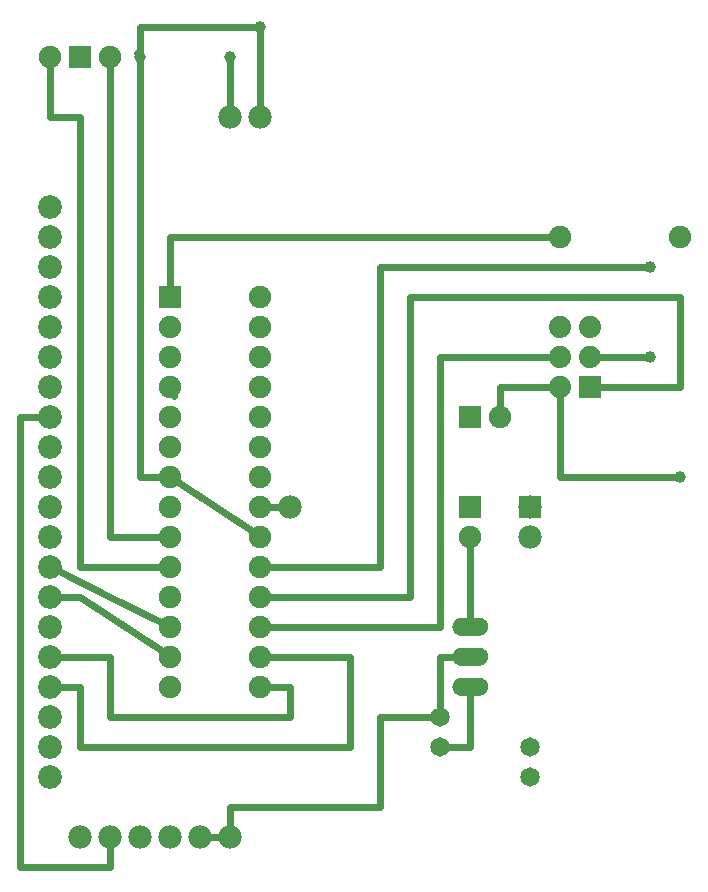
<source format=gtl>
G04 MADE WITH FRITZING*
G04 WWW.FRITZING.ORG*
G04 DOUBLE SIDED*
G04 HOLES PLATED*
G04 CONTOUR ON CENTER OF CONTOUR VECTOR*
%ASAXBY*%
%FSLAX23Y23*%
%MOIN*%
%OFA0B0*%
%SFA1.0B1.0*%
%ADD10C,0.078000*%
%ADD11C,0.074000*%
%ADD12C,0.065000*%
%ADD13C,0.060000*%
%ADD14C,0.075000*%
%ADD15C,0.039370*%
%ADD16C,0.079370*%
%ADD17R,0.078000X0.078000*%
%ADD18R,0.075000X0.075000*%
%ADD19C,0.024000*%
%ADD20R,0.001000X0.001000*%
%LNCOPPER1*%
G90*
G70*
G54D10*
X1009Y1276D03*
G54D11*
X2009Y1676D03*
X1909Y1676D03*
X2009Y1776D03*
X1909Y1776D03*
X2009Y1876D03*
X1909Y1876D03*
X2009Y1676D03*
X1909Y1676D03*
X2009Y1776D03*
X1909Y1776D03*
X2009Y1876D03*
X1909Y1876D03*
G54D10*
X909Y2576D03*
X809Y2576D03*
G54D12*
X1809Y376D03*
X1809Y476D03*
X1809Y376D03*
X1809Y476D03*
G54D10*
X1809Y1276D03*
X1809Y1176D03*
G54D13*
X1609Y876D03*
X1609Y776D03*
X1609Y676D03*
X1609Y876D03*
X1609Y776D03*
X1609Y676D03*
G54D14*
X409Y2776D03*
X309Y2776D03*
X209Y2776D03*
G54D12*
X1509Y476D03*
X1509Y576D03*
X1509Y476D03*
X1509Y576D03*
G54D14*
X2309Y2176D03*
X1909Y2176D03*
X1609Y1276D03*
X1609Y1176D03*
G54D15*
X2209Y2076D03*
X2209Y1776D03*
G54D14*
X609Y1976D03*
X909Y1976D03*
X609Y1876D03*
X909Y1876D03*
X609Y1776D03*
X909Y1776D03*
X609Y1676D03*
X909Y1676D03*
X609Y1576D03*
X909Y1576D03*
X609Y1476D03*
X909Y1476D03*
X609Y1376D03*
X909Y1376D03*
X609Y1276D03*
X909Y1276D03*
X609Y1176D03*
X909Y1176D03*
X609Y1076D03*
X909Y1076D03*
X609Y976D03*
X909Y976D03*
X609Y876D03*
X909Y876D03*
X609Y776D03*
X909Y776D03*
X609Y676D03*
X909Y676D03*
G54D16*
X209Y2276D03*
X209Y2176D03*
X209Y2076D03*
X209Y1976D03*
X209Y1876D03*
X209Y1776D03*
X209Y1676D03*
X209Y1576D03*
X209Y1476D03*
X209Y1376D03*
X209Y1276D03*
X209Y1176D03*
X209Y1076D03*
X209Y976D03*
X209Y876D03*
X209Y776D03*
X209Y676D03*
X209Y576D03*
X209Y476D03*
X209Y376D03*
G54D15*
X809Y2776D03*
X509Y2776D03*
X909Y2876D03*
X2309Y1376D03*
G54D14*
X1609Y1576D03*
X1709Y1576D03*
G54D10*
X809Y176D03*
X709Y176D03*
X609Y176D03*
X509Y176D03*
X409Y176D03*
X309Y176D03*
G54D17*
X1809Y1276D03*
G54D18*
X309Y2776D03*
X1609Y1276D03*
X609Y1976D03*
X1609Y1576D03*
G54D19*
X740Y176D02*
X779Y176D01*
D02*
X309Y476D02*
X1209Y476D01*
D02*
X309Y676D02*
X309Y476D01*
D02*
X240Y676D02*
X309Y676D01*
D02*
X1209Y476D02*
X1209Y776D01*
D02*
X1209Y776D02*
X938Y776D01*
D02*
X409Y776D02*
X409Y576D01*
D02*
X409Y576D02*
X1009Y576D01*
D02*
X1009Y576D02*
X1009Y676D01*
D02*
X1009Y676D02*
X938Y676D01*
D02*
X240Y776D02*
X409Y776D01*
D02*
X309Y976D02*
X586Y792D01*
D02*
X240Y976D02*
X309Y976D01*
D02*
X409Y976D02*
X584Y889D01*
D02*
X237Y1062D02*
X409Y976D01*
D02*
X979Y1276D02*
X938Y1276D01*
D02*
X1881Y2176D02*
X1309Y2176D01*
D02*
X609Y2176D02*
X609Y2005D01*
D02*
X1309Y2176D02*
X609Y2176D01*
D02*
X509Y2757D02*
X509Y1376D01*
D02*
X509Y1376D02*
X581Y1376D01*
D02*
X409Y1176D02*
X581Y1176D01*
D02*
X409Y2747D02*
X409Y1176D01*
D02*
X309Y1076D02*
X581Y1076D01*
D02*
X209Y2776D02*
X209Y2576D01*
D02*
X209Y2576D02*
X309Y2576D01*
D02*
X309Y2576D02*
X309Y1076D01*
D02*
X909Y2606D02*
X909Y2857D01*
D02*
X1609Y476D02*
X1534Y476D01*
D02*
X1609Y645D02*
X1609Y476D01*
D02*
X1509Y601D02*
X1509Y776D01*
D02*
X1509Y776D02*
X1578Y776D01*
D02*
X109Y76D02*
X109Y1576D01*
D02*
X109Y1576D02*
X179Y1576D01*
D02*
X409Y76D02*
X109Y76D01*
D02*
X409Y146D02*
X409Y76D01*
D02*
X633Y1360D02*
X886Y1192D01*
D02*
X1878Y1776D02*
X1509Y1776D01*
D02*
X1509Y1776D02*
X1509Y876D01*
D02*
X1509Y876D02*
X938Y876D01*
D02*
X1309Y276D02*
X1309Y576D01*
D02*
X809Y276D02*
X1309Y276D01*
D02*
X809Y206D02*
X809Y276D01*
D02*
X1309Y576D02*
X1485Y576D01*
D02*
X2309Y1776D02*
X2309Y1976D01*
D02*
X2041Y1676D02*
X2309Y1676D01*
D02*
X2309Y1976D02*
X1409Y1976D01*
D02*
X2309Y1676D02*
X2309Y1776D01*
D02*
X1409Y1976D02*
X1409Y976D01*
D02*
X1409Y976D02*
X938Y976D01*
D02*
X1909Y2076D02*
X1309Y2076D01*
D02*
X2190Y2076D02*
X1909Y2076D01*
D02*
X2041Y1776D02*
X2190Y1776D01*
D02*
X1309Y2076D02*
X1309Y1076D01*
D02*
X1309Y1076D02*
X938Y1076D01*
D02*
X809Y2606D02*
X809Y2757D01*
D02*
X809Y2876D02*
X509Y2876D01*
D02*
X509Y2876D02*
X509Y2776D01*
D02*
X890Y2876D02*
X809Y2876D01*
D02*
X509Y2776D02*
X496Y2789D01*
D02*
X1609Y907D02*
X1609Y1147D01*
D02*
X1909Y1376D02*
X2290Y1376D01*
D02*
X1909Y1645D02*
X1909Y1376D01*
D02*
X1878Y1676D02*
X1709Y1676D01*
D02*
X1709Y1676D02*
X1709Y1605D01*
D02*
X621Y1646D02*
X619Y1649D01*
G54D20*
X1972Y1713D02*
X2045Y1713D01*
X1972Y1712D02*
X2045Y1712D01*
X1972Y1711D02*
X2045Y1711D01*
X1972Y1710D02*
X2045Y1710D01*
X1972Y1709D02*
X2045Y1709D01*
X1972Y1708D02*
X2045Y1708D01*
X1972Y1707D02*
X2045Y1707D01*
X1972Y1706D02*
X2045Y1706D01*
X1972Y1705D02*
X2045Y1705D01*
X1972Y1704D02*
X2045Y1704D01*
X1972Y1703D02*
X2045Y1703D01*
X1972Y1702D02*
X2045Y1702D01*
X1972Y1701D02*
X2045Y1701D01*
X1972Y1700D02*
X2045Y1700D01*
X1972Y1699D02*
X2045Y1699D01*
X1972Y1698D02*
X2045Y1698D01*
X1972Y1697D02*
X2045Y1697D01*
X1972Y1696D02*
X2002Y1696D01*
X2015Y1696D02*
X2045Y1696D01*
X1972Y1695D02*
X2000Y1695D01*
X2017Y1695D02*
X2045Y1695D01*
X1972Y1694D02*
X1998Y1694D01*
X2019Y1694D02*
X2045Y1694D01*
X1972Y1693D02*
X1996Y1693D01*
X2021Y1693D02*
X2045Y1693D01*
X1972Y1692D02*
X1995Y1692D01*
X2022Y1692D02*
X2045Y1692D01*
X1972Y1691D02*
X1994Y1691D01*
X2023Y1691D02*
X2045Y1691D01*
X1972Y1690D02*
X1993Y1690D01*
X2024Y1690D02*
X2045Y1690D01*
X1972Y1689D02*
X1992Y1689D01*
X2025Y1689D02*
X2045Y1689D01*
X1972Y1688D02*
X1991Y1688D01*
X2026Y1688D02*
X2045Y1688D01*
X1972Y1687D02*
X1991Y1687D01*
X2026Y1687D02*
X2045Y1687D01*
X1972Y1686D02*
X1990Y1686D01*
X2027Y1686D02*
X2045Y1686D01*
X1972Y1685D02*
X1990Y1685D01*
X2027Y1685D02*
X2045Y1685D01*
X1972Y1684D02*
X1989Y1684D01*
X2028Y1684D02*
X2045Y1684D01*
X1972Y1683D02*
X1989Y1683D01*
X2028Y1683D02*
X2045Y1683D01*
X1972Y1682D02*
X1989Y1682D01*
X2028Y1682D02*
X2045Y1682D01*
X1972Y1681D02*
X1988Y1681D01*
X2029Y1681D02*
X2045Y1681D01*
X1972Y1680D02*
X1988Y1680D01*
X2029Y1680D02*
X2045Y1680D01*
X1972Y1679D02*
X1988Y1679D01*
X2029Y1679D02*
X2045Y1679D01*
X1972Y1678D02*
X1988Y1678D01*
X2029Y1678D02*
X2045Y1678D01*
X1972Y1677D02*
X1988Y1677D01*
X2029Y1677D02*
X2045Y1677D01*
X1972Y1676D02*
X1988Y1676D01*
X2029Y1676D02*
X2045Y1676D01*
X1972Y1675D02*
X1988Y1675D01*
X2029Y1675D02*
X2045Y1675D01*
X1972Y1674D02*
X1988Y1674D01*
X2029Y1674D02*
X2045Y1674D01*
X1972Y1673D02*
X1988Y1673D01*
X2029Y1673D02*
X2045Y1673D01*
X1972Y1672D02*
X1989Y1672D01*
X2028Y1672D02*
X2045Y1672D01*
X1972Y1671D02*
X1989Y1671D01*
X2028Y1671D02*
X2045Y1671D01*
X1972Y1670D02*
X1989Y1670D01*
X2028Y1670D02*
X2045Y1670D01*
X1972Y1669D02*
X1990Y1669D01*
X2027Y1669D02*
X2045Y1669D01*
X1972Y1668D02*
X1990Y1668D01*
X2027Y1668D02*
X2045Y1668D01*
X1972Y1667D02*
X1991Y1667D01*
X2026Y1667D02*
X2045Y1667D01*
X1972Y1666D02*
X1991Y1666D01*
X2026Y1666D02*
X2045Y1666D01*
X1972Y1665D02*
X1992Y1665D01*
X2025Y1665D02*
X2045Y1665D01*
X1972Y1664D02*
X1993Y1664D01*
X2024Y1664D02*
X2045Y1664D01*
X1972Y1663D02*
X1994Y1663D01*
X2023Y1663D02*
X2045Y1663D01*
X1972Y1662D02*
X1995Y1662D01*
X2022Y1662D02*
X2045Y1662D01*
X1972Y1661D02*
X1996Y1661D01*
X2021Y1661D02*
X2045Y1661D01*
X1972Y1660D02*
X1997Y1660D01*
X2020Y1660D02*
X2045Y1660D01*
X1972Y1659D02*
X1999Y1659D01*
X2018Y1659D02*
X2045Y1659D01*
X1972Y1658D02*
X2002Y1658D01*
X2015Y1658D02*
X2045Y1658D01*
X1972Y1657D02*
X2007Y1657D01*
X2010Y1657D02*
X2045Y1657D01*
X1972Y1656D02*
X2045Y1656D01*
X1972Y1655D02*
X2045Y1655D01*
X1972Y1654D02*
X2045Y1654D01*
X1972Y1653D02*
X2045Y1653D01*
X1972Y1652D02*
X2045Y1652D01*
X1972Y1651D02*
X2045Y1651D01*
X1972Y1650D02*
X2045Y1650D01*
X1972Y1649D02*
X2045Y1649D01*
X1972Y1648D02*
X2045Y1648D01*
X1972Y1647D02*
X2045Y1647D01*
X1972Y1646D02*
X2045Y1646D01*
X1972Y1645D02*
X2045Y1645D01*
X1972Y1644D02*
X2045Y1644D01*
X1972Y1643D02*
X2045Y1643D01*
X1972Y1642D02*
X2045Y1642D01*
X1972Y1641D02*
X2045Y1641D01*
X1972Y1640D02*
X2045Y1640D01*
X1576Y907D02*
X1641Y907D01*
X1571Y906D02*
X1646Y906D01*
X1568Y905D02*
X1649Y905D01*
X1566Y904D02*
X1651Y904D01*
X1564Y903D02*
X1653Y903D01*
X1562Y902D02*
X1655Y902D01*
X1561Y901D02*
X1656Y901D01*
X1560Y900D02*
X1658Y900D01*
X1559Y899D02*
X1659Y899D01*
X1558Y898D02*
X1660Y898D01*
X1557Y897D02*
X1607Y897D01*
X1611Y897D02*
X1661Y897D01*
X1556Y896D02*
X1602Y896D01*
X1616Y896D02*
X1661Y896D01*
X1555Y895D02*
X1599Y895D01*
X1618Y895D02*
X1662Y895D01*
X1554Y894D02*
X1597Y894D01*
X1620Y894D02*
X1663Y894D01*
X1554Y893D02*
X1596Y893D01*
X1621Y893D02*
X1664Y893D01*
X1553Y892D02*
X1595Y892D01*
X1622Y892D02*
X1664Y892D01*
X1552Y891D02*
X1594Y891D01*
X1623Y891D02*
X1665Y891D01*
X1552Y890D02*
X1593Y890D01*
X1624Y890D02*
X1665Y890D01*
X1552Y889D02*
X1592Y889D01*
X1625Y889D02*
X1666Y889D01*
X1551Y888D02*
X1591Y888D01*
X1626Y888D02*
X1666Y888D01*
X1551Y887D02*
X1591Y887D01*
X1626Y887D02*
X1666Y887D01*
X1550Y886D02*
X1590Y886D01*
X1627Y886D02*
X1667Y886D01*
X1550Y885D02*
X1590Y885D01*
X1627Y885D02*
X1667Y885D01*
X1550Y884D02*
X1589Y884D01*
X1628Y884D02*
X1667Y884D01*
X1550Y883D02*
X1589Y883D01*
X1628Y883D02*
X1667Y883D01*
X1550Y882D02*
X1589Y882D01*
X1628Y882D02*
X1668Y882D01*
X1549Y881D02*
X1588Y881D01*
X1629Y881D02*
X1668Y881D01*
X1549Y880D02*
X1588Y880D01*
X1629Y880D02*
X1668Y880D01*
X1549Y879D02*
X1588Y879D01*
X1629Y879D02*
X1668Y879D01*
X1549Y878D02*
X1588Y878D01*
X1629Y878D02*
X1668Y878D01*
X1549Y877D02*
X1588Y877D01*
X1629Y877D02*
X1668Y877D01*
X1549Y876D02*
X1588Y876D01*
X1629Y876D02*
X1668Y876D01*
X1549Y875D02*
X1588Y875D01*
X1629Y875D02*
X1668Y875D01*
X1549Y874D02*
X1588Y874D01*
X1629Y874D02*
X1668Y874D01*
X1549Y873D02*
X1589Y873D01*
X1629Y873D02*
X1668Y873D01*
X1550Y872D02*
X1589Y872D01*
X1628Y872D02*
X1668Y872D01*
X1550Y871D02*
X1589Y871D01*
X1628Y871D02*
X1667Y871D01*
X1550Y870D02*
X1589Y870D01*
X1628Y870D02*
X1667Y870D01*
X1550Y869D02*
X1590Y869D01*
X1627Y869D02*
X1667Y869D01*
X1551Y868D02*
X1590Y868D01*
X1627Y868D02*
X1667Y868D01*
X1551Y867D02*
X1591Y867D01*
X1626Y867D02*
X1666Y867D01*
X1551Y866D02*
X1592Y866D01*
X1626Y866D02*
X1666Y866D01*
X1552Y865D02*
X1592Y865D01*
X1625Y865D02*
X1665Y865D01*
X1552Y864D02*
X1593Y864D01*
X1624Y864D02*
X1665Y864D01*
X1553Y863D02*
X1594Y863D01*
X1623Y863D02*
X1665Y863D01*
X1553Y862D02*
X1595Y862D01*
X1622Y862D02*
X1664Y862D01*
X1554Y861D02*
X1596Y861D01*
X1621Y861D02*
X1663Y861D01*
X1555Y860D02*
X1598Y860D01*
X1619Y860D02*
X1663Y860D01*
X1555Y859D02*
X1600Y859D01*
X1617Y859D02*
X1662Y859D01*
X1556Y858D02*
X1603Y858D01*
X1614Y858D02*
X1661Y858D01*
X1557Y857D02*
X1660Y857D01*
X1558Y856D02*
X1659Y856D01*
X1559Y855D02*
X1658Y855D01*
X1560Y854D02*
X1657Y854D01*
X1561Y853D02*
X1656Y853D01*
X1563Y852D02*
X1654Y852D01*
X1564Y851D02*
X1653Y851D01*
X1566Y850D02*
X1651Y850D01*
X1569Y849D02*
X1648Y849D01*
X1572Y848D02*
X1645Y848D01*
X1576Y807D02*
X1641Y807D01*
X1571Y806D02*
X1646Y806D01*
X1568Y805D02*
X1649Y805D01*
X1566Y804D02*
X1652Y804D01*
X1564Y803D02*
X1653Y803D01*
X1562Y802D02*
X1655Y802D01*
X1561Y801D02*
X1656Y801D01*
X1560Y800D02*
X1658Y800D01*
X1559Y799D02*
X1659Y799D01*
X1558Y798D02*
X1660Y798D01*
X1557Y797D02*
X1606Y797D01*
X1611Y797D02*
X1661Y797D01*
X1556Y796D02*
X1601Y796D01*
X1616Y796D02*
X1661Y796D01*
X1555Y795D02*
X1599Y795D01*
X1618Y795D02*
X1662Y795D01*
X1554Y794D02*
X1597Y794D01*
X1620Y794D02*
X1663Y794D01*
X1554Y793D02*
X1596Y793D01*
X1621Y793D02*
X1664Y793D01*
X1553Y792D02*
X1595Y792D01*
X1622Y792D02*
X1664Y792D01*
X1552Y791D02*
X1594Y791D01*
X1623Y791D02*
X1665Y791D01*
X1552Y790D02*
X1593Y790D01*
X1624Y790D02*
X1665Y790D01*
X1552Y789D02*
X1592Y789D01*
X1625Y789D02*
X1666Y789D01*
X1551Y788D02*
X1591Y788D01*
X1626Y788D02*
X1666Y788D01*
X1551Y787D02*
X1591Y787D01*
X1626Y787D02*
X1666Y787D01*
X1550Y786D02*
X1590Y786D01*
X1627Y786D02*
X1667Y786D01*
X1550Y785D02*
X1590Y785D01*
X1627Y785D02*
X1667Y785D01*
X1550Y784D02*
X1589Y784D01*
X1628Y784D02*
X1667Y784D01*
X1550Y783D02*
X1589Y783D01*
X1628Y783D02*
X1667Y783D01*
X1550Y782D02*
X1589Y782D01*
X1628Y782D02*
X1668Y782D01*
X1549Y781D02*
X1588Y781D01*
X1629Y781D02*
X1668Y781D01*
X1549Y780D02*
X1588Y780D01*
X1629Y780D02*
X1668Y780D01*
X1549Y779D02*
X1588Y779D01*
X1629Y779D02*
X1668Y779D01*
X1549Y778D02*
X1588Y778D01*
X1629Y778D02*
X1668Y778D01*
X1549Y777D02*
X1588Y777D01*
X1629Y777D02*
X1668Y777D01*
X1549Y776D02*
X1588Y776D01*
X1629Y776D02*
X1668Y776D01*
X1549Y775D02*
X1588Y775D01*
X1629Y775D02*
X1668Y775D01*
X1549Y774D02*
X1588Y774D01*
X1629Y774D02*
X1668Y774D01*
X1549Y773D02*
X1589Y773D01*
X1629Y773D02*
X1668Y773D01*
X1550Y772D02*
X1589Y772D01*
X1628Y772D02*
X1668Y772D01*
X1550Y771D02*
X1589Y771D01*
X1628Y771D02*
X1667Y771D01*
X1550Y770D02*
X1589Y770D01*
X1628Y770D02*
X1667Y770D01*
X1550Y769D02*
X1590Y769D01*
X1627Y769D02*
X1667Y769D01*
X1551Y768D02*
X1590Y768D01*
X1627Y768D02*
X1667Y768D01*
X1551Y767D02*
X1591Y767D01*
X1626Y767D02*
X1666Y767D01*
X1551Y766D02*
X1592Y766D01*
X1626Y766D02*
X1666Y766D01*
X1552Y765D02*
X1592Y765D01*
X1625Y765D02*
X1665Y765D01*
X1552Y764D02*
X1593Y764D01*
X1624Y764D02*
X1665Y764D01*
X1553Y763D02*
X1594Y763D01*
X1623Y763D02*
X1664Y763D01*
X1553Y762D02*
X1595Y762D01*
X1622Y762D02*
X1664Y762D01*
X1554Y761D02*
X1596Y761D01*
X1621Y761D02*
X1663Y761D01*
X1555Y760D02*
X1598Y760D01*
X1619Y760D02*
X1663Y760D01*
X1555Y759D02*
X1600Y759D01*
X1617Y759D02*
X1662Y759D01*
X1556Y758D02*
X1603Y758D01*
X1614Y758D02*
X1661Y758D01*
X1557Y757D02*
X1660Y757D01*
X1558Y756D02*
X1659Y756D01*
X1559Y755D02*
X1658Y755D01*
X1560Y754D02*
X1657Y754D01*
X1561Y753D02*
X1656Y753D01*
X1563Y752D02*
X1654Y752D01*
X1565Y751D02*
X1653Y751D01*
X1567Y750D02*
X1651Y750D01*
X1569Y749D02*
X1648Y749D01*
X1572Y748D02*
X1645Y748D01*
X1575Y707D02*
X1642Y707D01*
X1571Y706D02*
X1647Y706D01*
X1568Y705D02*
X1649Y705D01*
X1566Y704D02*
X1652Y704D01*
X1564Y703D02*
X1653Y703D01*
X1562Y702D02*
X1655Y702D01*
X1561Y701D02*
X1656Y701D01*
X1560Y700D02*
X1658Y700D01*
X1558Y699D02*
X1659Y699D01*
X1557Y698D02*
X1660Y698D01*
X1557Y697D02*
X1606Y697D01*
X1611Y697D02*
X1661Y697D01*
X1556Y696D02*
X1601Y696D01*
X1616Y696D02*
X1661Y696D01*
X1555Y695D02*
X1599Y695D01*
X1618Y695D02*
X1662Y695D01*
X1554Y694D02*
X1597Y694D01*
X1620Y694D02*
X1663Y694D01*
X1554Y693D02*
X1596Y693D01*
X1621Y693D02*
X1664Y693D01*
X1553Y692D02*
X1595Y692D01*
X1622Y692D02*
X1664Y692D01*
X1552Y691D02*
X1594Y691D01*
X1624Y691D02*
X1665Y691D01*
X1552Y690D02*
X1593Y690D01*
X1624Y690D02*
X1665Y690D01*
X1552Y689D02*
X1592Y689D01*
X1625Y689D02*
X1666Y689D01*
X1551Y688D02*
X1591Y688D01*
X1626Y688D02*
X1666Y688D01*
X1551Y687D02*
X1591Y687D01*
X1626Y687D02*
X1666Y687D01*
X1550Y686D02*
X1590Y686D01*
X1627Y686D02*
X1667Y686D01*
X1550Y685D02*
X1590Y685D01*
X1627Y685D02*
X1667Y685D01*
X1550Y684D02*
X1589Y684D01*
X1628Y684D02*
X1667Y684D01*
X1550Y683D02*
X1589Y683D01*
X1628Y683D02*
X1667Y683D01*
X1550Y682D02*
X1589Y682D01*
X1628Y682D02*
X1668Y682D01*
X1549Y681D02*
X1588Y681D01*
X1629Y681D02*
X1668Y681D01*
X1549Y680D02*
X1588Y680D01*
X1629Y680D02*
X1668Y680D01*
X1549Y679D02*
X1588Y679D01*
X1629Y679D02*
X1668Y679D01*
X1549Y678D02*
X1588Y678D01*
X1629Y678D02*
X1668Y678D01*
X1549Y677D02*
X1588Y677D01*
X1629Y677D02*
X1668Y677D01*
X1549Y676D02*
X1588Y676D01*
X1629Y676D02*
X1668Y676D01*
X1549Y675D02*
X1588Y675D01*
X1629Y675D02*
X1668Y675D01*
X1549Y674D02*
X1588Y674D01*
X1629Y674D02*
X1668Y674D01*
X1549Y673D02*
X1589Y673D01*
X1629Y673D02*
X1668Y673D01*
X1550Y672D02*
X1589Y672D01*
X1628Y672D02*
X1668Y672D01*
X1550Y671D02*
X1589Y671D01*
X1628Y671D02*
X1667Y671D01*
X1550Y670D02*
X1589Y670D01*
X1628Y670D02*
X1667Y670D01*
X1550Y669D02*
X1590Y669D01*
X1627Y669D02*
X1667Y669D01*
X1551Y668D02*
X1590Y668D01*
X1627Y668D02*
X1667Y668D01*
X1551Y667D02*
X1591Y667D01*
X1626Y667D02*
X1666Y667D01*
X1551Y666D02*
X1592Y666D01*
X1626Y666D02*
X1666Y666D01*
X1552Y665D02*
X1592Y665D01*
X1625Y665D02*
X1665Y665D01*
X1552Y664D02*
X1593Y664D01*
X1624Y664D02*
X1665Y664D01*
X1553Y663D02*
X1594Y663D01*
X1623Y663D02*
X1664Y663D01*
X1553Y662D02*
X1595Y662D01*
X1622Y662D02*
X1664Y662D01*
X1554Y661D02*
X1596Y661D01*
X1621Y661D02*
X1663Y661D01*
X1555Y660D02*
X1598Y660D01*
X1619Y660D02*
X1663Y660D01*
X1555Y659D02*
X1600Y659D01*
X1617Y659D02*
X1662Y659D01*
X1556Y658D02*
X1603Y658D01*
X1614Y658D02*
X1661Y658D01*
X1557Y657D02*
X1660Y657D01*
X1558Y656D02*
X1659Y656D01*
X1559Y655D02*
X1658Y655D01*
X1560Y654D02*
X1657Y654D01*
X1561Y653D02*
X1656Y653D01*
X1563Y652D02*
X1654Y652D01*
X1565Y651D02*
X1653Y651D01*
X1567Y650D02*
X1651Y650D01*
X1569Y649D02*
X1648Y649D01*
X1572Y648D02*
X1645Y648D01*
D02*
G04 End of Copper1*
M02*
</source>
